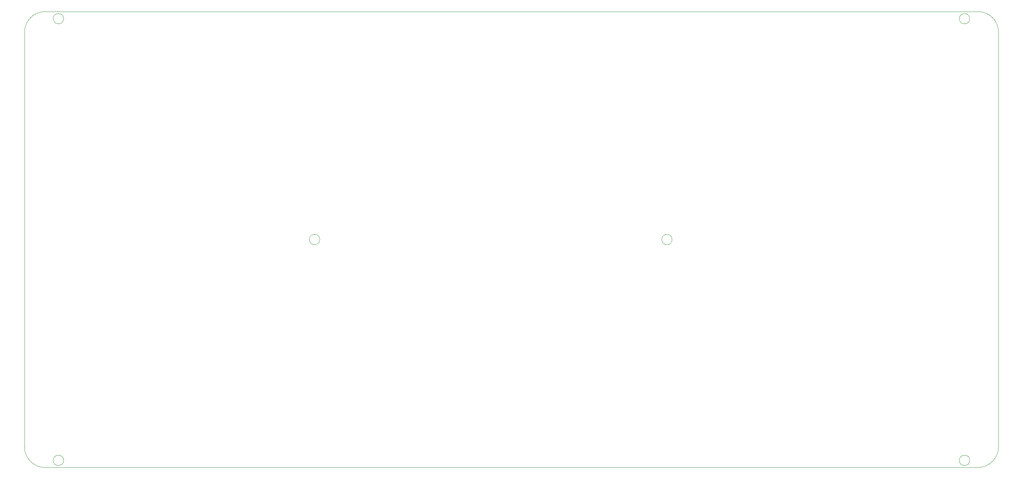
<source format=gbr>
%TF.GenerationSoftware,KiCad,Pcbnew,8.0.8-8.0.8-0~ubuntu24.04.1*%
%TF.CreationDate,2025-02-26T09:10:28-05:00*%
%TF.ProjectId,Oblique Palette 0.5.1 PCB Main,4f626c69-7175-4652-9050-616c65747465,rev?*%
%TF.SameCoordinates,Original*%
%TF.FileFunction,Profile,NP*%
%FSLAX46Y46*%
G04 Gerber Fmt 4.6, Leading zero omitted, Abs format (unit mm)*
G04 Created by KiCad (PCBNEW 8.0.8-8.0.8-0~ubuntu24.04.1) date 2025-02-26 09:10:28*
%MOMM*%
%LPD*%
G01*
G04 APERTURE LIST*
%TA.AperFunction,Profile*%
%ADD10C,0.050000*%
%TD*%
G04 APERTURE END LIST*
D10*
X250000000Y-121500000D02*
G75*
G02*
X245000000Y-126500000I-5000000J0D01*
G01*
X243050000Y-18220000D02*
G75*
G02*
X240550000Y-18220000I-1250000J0D01*
G01*
X240550000Y-18220000D02*
G75*
G02*
X243050000Y-18220000I1250000J0D01*
G01*
X24450000Y-18220000D02*
G75*
G02*
X21950000Y-18220000I-1250000J0D01*
G01*
X21950000Y-18220000D02*
G75*
G02*
X24450000Y-18220000I1250000J0D01*
G01*
X20000000Y-126500000D02*
G75*
G02*
X15000000Y-121500000I0J5000000D01*
G01*
X15000000Y-21500000D02*
G75*
G02*
X20000000Y-16500000I5000000J0D01*
G01*
X86250000Y-71500000D02*
G75*
G02*
X83750000Y-71500000I-1250000J0D01*
G01*
X83750000Y-71500000D02*
G75*
G02*
X86250000Y-71500000I1250000J0D01*
G01*
X15000000Y-121500000D02*
X15000000Y-21500000D01*
X245000000Y-16500000D02*
G75*
G02*
X250000000Y-21500000I0J-5000000D01*
G01*
X171250000Y-71500000D02*
G75*
G02*
X168750000Y-71500000I-1250000J0D01*
G01*
X168750000Y-71500000D02*
G75*
G02*
X171250000Y-71500000I1250000J0D01*
G01*
X245000000Y-16500000D02*
X20000000Y-16500000D01*
X250000000Y-121500000D02*
X250000000Y-21500000D01*
X20000000Y-126500000D02*
X245000000Y-126500000D01*
X243050000Y-124780000D02*
G75*
G02*
X240550000Y-124780000I-1250000J0D01*
G01*
X240550000Y-124780000D02*
G75*
G02*
X243050000Y-124780000I1250000J0D01*
G01*
X24450000Y-124780000D02*
G75*
G02*
X21950000Y-124780000I-1250000J0D01*
G01*
X21950000Y-124780000D02*
G75*
G02*
X24450000Y-124780000I1250000J0D01*
G01*
M02*

</source>
